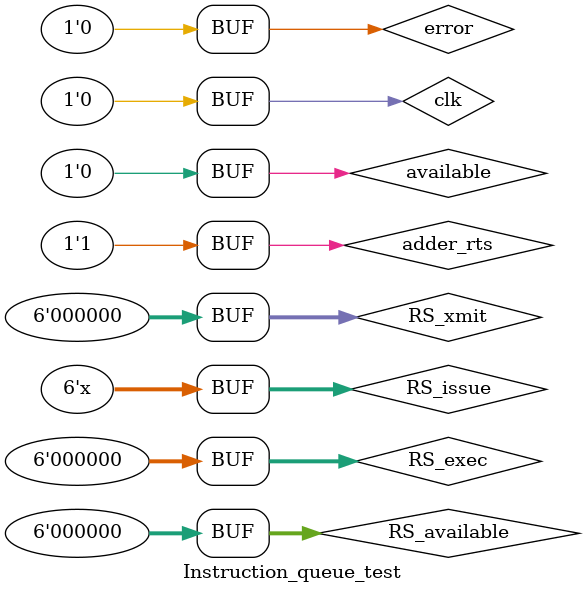
<source format=v>
module Instruction_queue_test;
reg clk = 0;
reg error = 0;
reg available = 0;
reg [5:0] RS_available = 0;
reg [5:0] RS_issue;
reg [5:0] RS_exec = 0;
reg adder_rts = 0;
reg [5:0] RS_xmit= 0;
wire [5:0] opcode;
wire [2:0] exec_unit;
wire [4:0] A_address;
wire [4:0] B_address;
wire [4:0] Dest_address;
wire issue;
parameter clk_period = 10;
initial
begin
#clk_period clk= ~clk;
RS_issue<= RS_available;
#clk_period clk= ~clk;
error <= 0;
available <= 1;
RS_available <= 1;
RS_issue <= 0;
RS_exec <= 0;
adder_rts <= 0;
RS_xmit<= 0;
#clk_period clk= ~clk;
RS_issue<= RS_available;
#clk_period clk= ~clk;
error <= 0;
available <= 1;
RS_available <= 2;
RS_issue <= 0;
RS_exec <= 0;
adder_rts <= 0;
RS_xmit<= 0;
#clk_period clk= ~clk;
RS_issue<= RS_available;
#clk_period clk= ~clk;
error <= 0;
available <= 1;
RS_available <= 3;
RS_issue <= 0;
RS_exec <= 0;
adder_rts <= 0;
RS_xmit<= 0;
#clk_period clk= ~clk;
RS_issue<= RS_available;
#clk_period clk= ~clk;
error <= 0;
available <= 0;
RS_available <= 0;
RS_issue <= 0;
RS_exec <= 3;
adder_rts <= 0;
RS_xmit<= 0;
#clk_period clk= ~clk;
RS_issue<= RS_available;
#clk_period clk= ~clk;
error <= 0;
available <= 0;
RS_available <= 0;
RS_issue <= 0;
RS_exec <= 0;
adder_rts <= 1;
RS_xmit<= 0;
#clk_period clk= ~clk;
RS_issue<= RS_available;
#clk_period clk= ~clk;
error <= 0;
available <= 0;
RS_available <= 0;
RS_issue <= 0;
RS_exec <= 0;
adder_rts <= 0;
RS_xmit<= 3;
#clk_period clk= ~clk;
RS_issue<= RS_available;
#clk_period clk= ~clk;
error <= 0;
available <= 1;
RS_available <= 3;
RS_issue <= 0;
RS_exec <= 2;
adder_rts <= 0;
RS_xmit<= 0;
#clk_period clk= ~clk;
RS_issue<= RS_available;
#clk_period clk= ~clk;
error <= 0;
available <= 0;
RS_available <= 0;
RS_issue <= 0;
RS_exec <= 0;
adder_rts <= 1;
RS_xmit<= 0;
#clk_period clk= ~clk;
RS_issue<= RS_available;
#clk_period clk= ~clk;
end

instruction_queue the_iq (
.clock(clk),
.issue_error(error),
.adder_available(available),
.adder_RS_available(RS_available),
.RS_issued(RS_issue),
.RS_executing_adder (RS_exec),
.adder_rts (adder_rts),
.RS_finished(RS_xmit),
.operation(opcode),
.execution_unit(exec_unit),
.Dest_address(Dest_address),
.A_address(A_address),
.B_address(B_address),
.issue(issue)
);


endmodule

</source>
